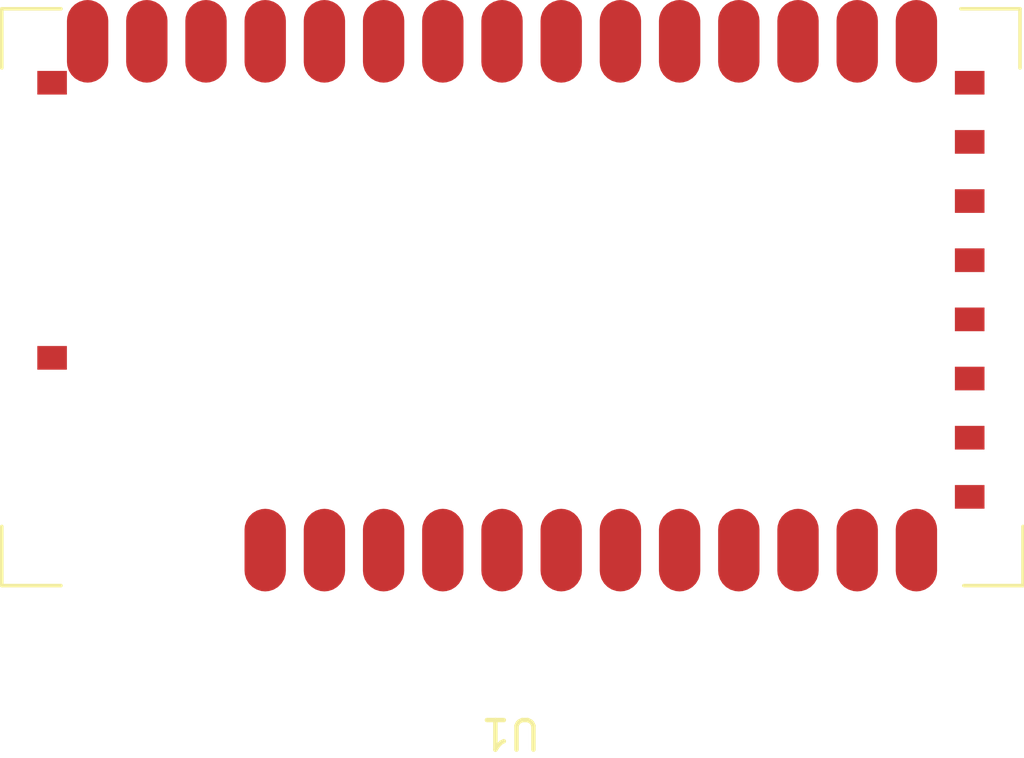
<source format=kicad_pcb>
(kicad_pcb (version 20240108) (generator "pcbnew") (generator_version "8.0")
  (layers (0 "F.Cu" signal) (31 "B.Cu" signal) (34 "B.Paste" user) (35 "F.Paste" user) (36 "B.SilkS" user "B.Silkscreen") (37 "F.SilkS" user "F.Silkscreen") (38 "B.Mask" user) (39 "F.Mask" user) (44 "Edge.Cuts" user))
  (net 0 "")
  (footprint "Library:TiMo" (layer "F.Cu") (at 142.536892 97.738143 180)
    (property "Reference" "U1" (at 0 -0.499999 180) (layer "F.SilkS"))
    (property "Value" "~")
    (fp_line (start 17.200001 6.5) (end 17.2 4.5) (stroke (width 0.12)) (layer "F.SilkS"))
    (fp_line (start 17.2 24) (end 17.2 22) (stroke (width 0.12)) (layer "F.SilkS"))
    (fp_line (start 17.2 4.5) (end 15.200001 4.5) (stroke (width 0.12)) (layer "F.SilkS"))
    (fp_line (start 15.2 24) (end 17.2 24) (stroke (width 0.12)) (layer "F.SilkS"))
    (fp_line (start -15.3 4.5) (end -17.3 4.5) (stroke (width 0.12)) (layer "F.SilkS"))
    (fp_line (start -17.2 24) (end -15.2 24) (stroke (width 0.12)) (layer "F.SilkS"))
    (fp_line (start -17.2 22) (end -17.2 24) (stroke (width 0.12)) (layer "F.SilkS"))
    (fp_line (start -17.3 4.5) (end -17.3 6.5) (stroke (width 0.12)) (layer "F.SilkS"))
    (pad "1" smd rect (at -15.5 7.5 90) (size 0.8 1) (layers "F.Cu" "F.Paste" "F.Mask"))
    (pad "2" smd rect (at -15.500001 9.5 90) (size 0.8 1) (layers "F.Cu" "F.Paste" "F.Mask"))
    (pad "3" smd rect (at -15.5 11.5 90) (size 0.8 1) (layers "F.Cu" "F.Paste" "F.Mask"))
    (pad "4" smd rect (at -15.500001 13.5 90) (size 0.8 1) (layers "F.Cu" "F.Paste" "F.Mask"))
    (pad "5" smd rect (at -15.5 15.5 90) (size 0.8 1) (layers "F.Cu" "F.Paste" "F.Mask"))
    (pad "6" smd rect (at -15.5 17.5 90) (size 0.8 1) (layers "F.Cu" "F.Paste" "F.Mask"))
    (pad "7" smd rect (at -15.5 19.5 90) (size 0.8 1) (layers "F.Cu" "F.Paste" "F.Mask"))
    (pad "8" smd rect (at -15.5 21.5 90) (size 0.8 1) (layers "F.Cu" "F.Paste" "F.Mask"))
    (pad "9" smd roundrect (at -13.7 22.9 90) (size 2.794 1.3972) (layers "F.Cu" "F.Paste" "F.Mask") (roundrect_rratio 0.5))
    (pad "10" smd roundrect (at -11.7 22.9 90) (size 2.794 1.3972) (layers "F.Cu" "F.Paste" "F.Mask") (roundrect_rratio 0.5))
    (pad "11" smd roundrect (at -9.7 22.9 90) (size 2.794 1.3972) (layers "F.Cu" "F.Paste" "F.Mask") (roundrect_rratio 0.5))
    (pad "12" smd roundrect (at -7.7 22.9 90) (size 2.794 1.3972) (layers "F.Cu" "F.Paste" "F.Mask") (roundrect_rratio 0.5))
    (pad "13" smd roundrect (at -5.7 22.9 90) (size 2.794 1.3972) (layers "F.Cu" "F.Paste" "F.Mask") (roundrect_rratio 0.5))
    (pad "14" smd roundrect (at -3.7 22.9 90) (size 2.794 1.3972) (layers "F.Cu" "F.Paste" "F.Mask") (roundrect_rratio 0.5))
    (pad "15" smd roundrect (at -1.7 22.9 90) (size 2.794 1.3972) (layers "F.Cu" "F.Paste" "F.Mask") (roundrect_rratio 0.5))
    (pad "16" smd roundrect (at 0.3 22.9 90) (size 2.794 1.3972) (layers "F.Cu" "F.Paste" "F.Mask") (roundrect_rratio 0.5))
    (pad "17" smd roundrect (at 2.3 22.9 90) (size 2.794 1.3972) (layers "F.Cu" "F.Paste" "F.Mask") (roundrect_rratio 0.5))
    (pad "18" smd roundrect (at 4.3 22.9 90) (size 2.794 1.3972) (layers "F.Cu" "F.Paste" "F.Mask") (roundrect_rratio 0.5))
    (pad "19" smd roundrect (at 6.3 22.9 90) (size 2.794 1.3972) (layers "F.Cu" "F.Paste" "F.Mask") (roundrect_rratio 0.5))
    (pad "20" smd roundrect (at 8.3 22.9 90) (size 2.794 1.3972) (layers "F.Cu" "F.Paste" "F.Mask") (roundrect_rratio 0.5))
    (pad "21" smd roundrect (at 10.3 22.9 90) (size 2.794 1.3972) (layers "F.Cu" "F.Paste" "F.Mask") (roundrect_rratio 0.5))
    (pad "22" smd roundrect (at 12.3 22.9 90) (size 2.794 1.3972) (layers "F.Cu" "F.Paste" "F.Mask") (roundrect_rratio 0.5))
    (pad "23" smd roundrect (at 14.3 22.9 90) (size 2.794 1.3972) (layers "F.Cu" "F.Paste" "F.Mask") (roundrect_rratio 0.5))
    (pad "24" smd rect (at 15.5 21.5 90) (size 0.8 1) (layers "F.Cu" "F.Paste" "F.Mask"))
    (pad "25" smd rect (at 15.5 12.2 90) (size 0.8 1) (layers "F.Cu" "F.Paste" "F.Mask"))
    (pad "26" smd roundrect (at 8.3 5.7 90) (size 2.794 1.3972) (layers "F.Cu" "F.Paste" "F.Mask") (roundrect_rratio 0.5))
    (pad "27" smd roundrect (at 6.3 5.7 90) (size 2.794 1.3972) (layers "F.Cu" "F.Paste" "F.Mask") (roundrect_rratio 0.5))
    (pad "28" smd roundrect (at 4.3 5.7 90) (size 2.794 1.3972) (layers "F.Cu" "F.Paste" "F.Mask") (roundrect_rratio 0.5))
    (pad "29" smd roundrect (at 2.3 5.7 90) (size 2.794 1.3972) (layers "F.Cu" "F.Paste" "F.Mask") (roundrect_rratio 0.5))
    (pad "30" smd roundrect (at 0.3 5.7 90) (size 2.794 1.3972) (layers "F.Cu" "F.Paste" "F.Mask") (roundrect_rratio 0.5))
    (pad "31" smd roundrect (at -1.7 5.7 90) (size 2.794 1.3972) (layers "F.Cu" "F.Paste" "F.Mask") (roundrect_rratio 0.5))
    (pad "32" smd roundrect (at -3.7 5.7 90) (size 2.794 1.3972) (layers "F.Cu" "F.Paste" "F.Mask") (roundrect_rratio 0.5))
    (pad "33" smd roundrect (at -5.7 5.7 90) (size 2.794 1.3972) (layers "F.Cu" "F.Paste" "F.Mask") (roundrect_rratio 0.5))
    (pad "34" smd roundrect (at -7.7 5.7 90) (size 2.794 1.3972) (layers "F.Cu" "F.Paste" "F.Mask") (roundrect_rratio 0.5))
    (pad "35" smd roundrect (at -9.7 5.7 90) (size 2.794 1.3972) (layers "F.Cu" "F.Paste" "F.Mask") (roundrect_rratio 0.5))
    (pad "36" smd roundrect (at -11.7 5.7 90) (size 2.794 1.3972) (layers "F.Cu" "F.Paste" "F.Mask") (roundrect_rratio 0.5))
    (pad "37" smd roundrect (at -13.7 5.7 90) (size 2.794 1.3972) (layers "F.Cu" "F.Paste" "F.Mask") (roundrect_rratio 0.5))
  )
)
</source>
